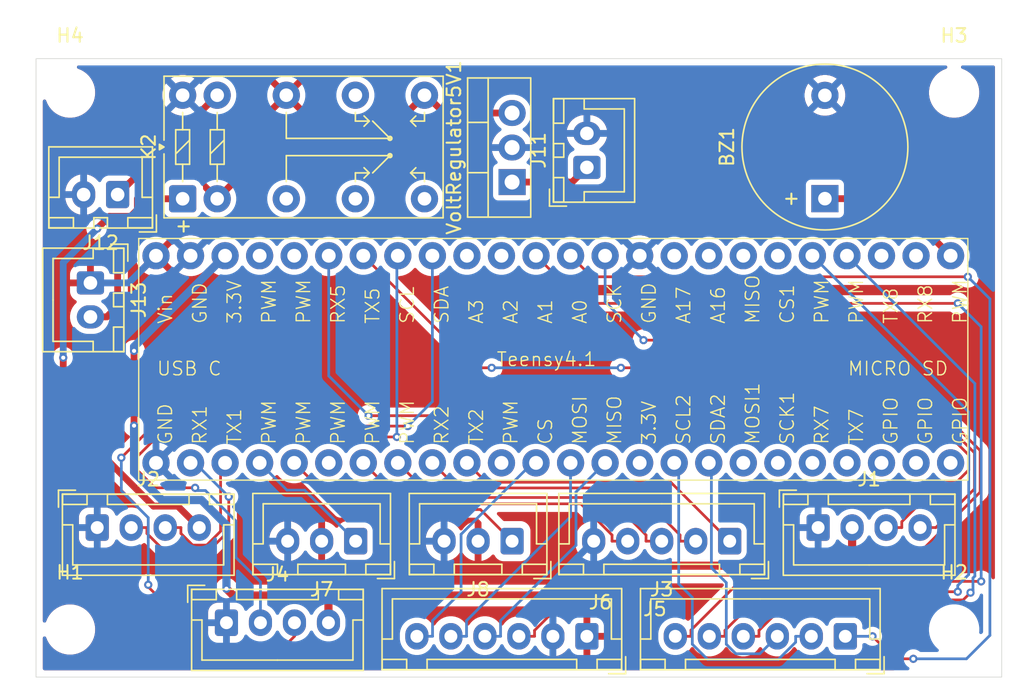
<source format=kicad_pcb>
(kicad_pcb (version 20241229) (generator "pcbnew") (generator_version "9.0")
  (layers (0 "F.Cu" signal) (2 "B.Cu" signal) (13 "F.Paste" user) (15 "B.Paste" user) (5 "F.SilkS" user "F.Silkscreen") (7 "B.SilkS" user "B.Silkscreen") (1 "F.Mask" user) (3 "B.Mask" user) (25 "Edge.Cuts" user))
  (net 0 "")
  (net 1 "TX_VIDEO")
  (net 2 "GND")
  (net 3 "RX_VIDEO")
  (net 4 "RX_LORA")
  (net 5 "TX_LORA")
  (net 6 "+3.3V")
  (net 7 "PWM_SERVO2")
  (net 8 "PWM_SERVO3")
  (net 9 "SDA")
  (net 10 "SCL")
  (net 11 "PWM_SERVO1")
  (net 12 "BUZZER")
  (net 13 "RX_SERIAL")
  (net 14 "+5V")
  (net 16 "TX_SERIAL")
  (net 17 "Nichrome_1")
  (net 18 "Vehicle_On")
  (net 19 "VIDEO_ON")
  (net 20 "PI_ON")
  (net 21 "GPIO3")
  (net 22 "MISO")
  (net 23 "GPIO0")
  (net 24 "MOSI")
  (net 25 "GPIO1")
  (net 26 "IRQ")
  (net 27 "SCLK")
  (net 28 "GPIO2")
  (net 29 "CS")
  (net 30 "SDN")
  (net 35 "Nichrome")
  (net 51 "VIN")
  (net 52 "Net-(J13-Pin_2)")
  (net 53 "Vehicle_Off")
  (footprint "Connector_JST:JST_XH_B4B-XH-A_1x04_P2.50mm_Vertical" (layer "F.Cu") (at 120.5 77)
    (property "Reference" "J4" (at 3.75 -3.55 0) (layer "F.SilkS"))
    (property "Value" "Sensor Board")
    (pad "1" thru_hole roundrect (at 0 0) (size 1.7 1.95) (drill 0.95) (layers "*.Cu" "*.Mask") (roundrect_rratio 0.147059) (net 2 "GND"))
    (pad "2" thru_hole oval (at 2.5 0) (size 1.7 1.95) (drill 0.95) (layers "*.Cu" "*.Mask") (net 10 "SCL"))
    (pad "3" thru_hole oval (at 5 0) (size 1.7 1.95) (drill 0.95) (layers "*.Cu" "*.Mask") (net 9 "SDA"))
    (pad "4" thru_hole oval (at 7.5 0) (size 1.7 1.95) (drill 0.95) (layers "*.Cu" "*.Mask") (net 6 "+3.3V"))
  )
  (footprint "Connector_JST:JST_XH_B2B-XH-A_1x02_P2.50mm_Vertical" (layer "F.Cu") (at 147 43.5 90)
    (property "Reference" "J11" (at 1.25 -3.55 90) (layer "F.SilkS"))
    (property "Value" "Battery In")
    (pad "1" thru_hole roundrect (at 0 0 90) (size 1.7 2) (drill 1) (layers "*.Cu" "*.Mask") (roundrect_rratio 0.147059) (net 51 "VIN"))
    (pad "2" thru_hole oval (at 2.5 0 90) (size 1.7 2) (drill 1) (layers "*.Cu" "*.Mask") (net 2 "GND"))
  )
  (footprint "Connector_JST:JST_XH_B2B-XH-A_1x02_P2.50mm_Vertical" (layer "F.Cu") (at 112.5 45.5 180)
    (property "Reference" "J12" (at 1.25 -3.55 0) (layer "F.SilkS"))
    (property "Value" "Vehicle Off")
    (pad "1" thru_hole roundrect (at 0 0 180) (size 1.7 2) (drill 1) (layers "*.Cu" "*.Mask") (roundrect_rratio 0.147059) (net 53 "Vehicle_Off"))
    (pad "2" thru_hole oval (at 2.5 0 180) (size 1.7 2) (drill 1) (layers "*.Cu" "*.Mask") (net 2 "GND"))
  )
  (footprint "Breakout Boards:Teensy_4.1" (layer "F.Cu") (at 144.53 57.62 90)
    (property "Reference" "Teensy4.1" (at 0 -0.5 0) (layer "F.SilkS") (effects (font (thickness 0.1))))
    (property "Value" "~")
    (fp_text user "PWM" (at -6.35 -15.24 90) (layer "F.SilkS") (effects (font (thickness 0.1)) (justify left bottom)))
    (fp_text user "TX8" (at 2.54 25.4 90) (layer "F.SilkS") (effects (font (thickness 0.1)) (justify left bottom)))
    (fp_text user "MISO" (at 2.54 15.24 90) (layer "F.SilkS") (effects (font (thickness 0.1)) (justify left bottom)))
    (fp_text user "RX2" (at -6.35 -7.62 90) (layer "F.SilkS") (effects (font (thickness 0.1)) (justify left bottom)))
    (fp_text user "PWM" (at 2.54 22.86 90) (layer "F.SilkS") (effects (font (thickness 0.1)) (justify left bottom)))
    (fp_text user "PWM" (at 2.54 20.32 90) (layer "F.SilkS") (effects (font (thickness 0.1)) (justify left bottom)))
    (fp_text user "SDA" (at 2.54 -7.62 90) (layer "F.SilkS") (effects (font (thickness 0.1)) (justify left bottom)))
    (fp_text user "PWM" (at -6.35 -12.7 90) (layer "F.SilkS") (effects (font (thickness 0.1)) (justify left bottom)))
    (fp_text user "MICRO SD" (at -1.27 21.59 0) (layer "F.SilkS") (effects (font (thickness 0.1)) (justify left bottom)))
    (fp_text user "RX5" (at 2.54 -15.24 90) (layer "F.SilkS") (effects (font (thickness 0.1)) (justify left bottom)))
    (fp_text user "RX7" (at -6.35 20.32 90) (layer "F.SilkS") (effects (font (thickness 0.1)) (justify left bottom)))
    (fp_text user "3.3V" (at -6.35 7.62 90) (layer "F.SilkS") (effects (font (thickness 0.1)) (justify left bottom)))
    (fp_text user "SCL" (at 2.54 -10.16 90) (layer "F.SilkS") (effects (font (thickness 0.1)) (justify left bottom)))
    (fp_text user "RX8" (at 2.54 27.94 90) (layer "F.SilkS") (effects (font (thickness 0.1)) (justify left bottom)))
    (fp_text user "CS1" (at 2.54 17.78 90) (layer "F.SilkS") (effects (font (thickness 0.1)) (justify left bottom)))
    (fp_text user "TX1" (at -6.35 -22.86 90) (layer "F.SilkS") (effects (font (thickness 0.1)) (justify left bottom)))
    (fp_text user "A17" (at 2.54 10.16 90) (layer "F.SilkS") (effects (font (thickness 0.1)) (justify left bottom)))
    (fp_text user "A1" (at 2.54 0 90) (layer "F.SilkS") (effects (font (thickness 0.1)) (justify left bottom)))
    (fp_text user "PWM" (at 2.54 30.48 90) (layer "F.SilkS") (effects (font (thickness 0.1)) (justify left bottom)))
    (fp_text user "GND" (at -6.35 -27.94 90) (layer "F.SilkS") (effects (font (thickness 0.1)) (justify left bottom)))
    (fp_text user "A0" (at 2.54 2.54 90) (layer "F.SilkS") (effects (font (thickness 0.1)) (justify left bottom)))
    (fp_text user "GND" (at 2.54 -25.4 90) (layer "F.SilkS") (effects (font (thickness 0.1)) (justify left bottom)))
    (fp_text user "PWM" (at -6.35 -17.78 90) (layer "F.SilkS") (effects (font (thickness 0.1)) (justify left bottom)))
    (fp_text user "SDA2" (at -6.35 12.7 90) (layer "F.SilkS") (effects (font (thickness 0.1)) (justify left bottom)))
    (fp_text user "RX1" (at -6.35 -25.4 90) (layer "F.SilkS") (effects (font (thickness 0.1)) (justify left bottom)))
    (fp_text user "TX2" (at -6.35 -5.08 90) (layer "F.SilkS") (effects (font (thickness 0.1)) (justify left bottom)))
    (fp_text user "MOSI" (at -6.35 2.54 90) (layer "F.SilkS") (effects (font (thickness 0.1)) (justify left bottom)))
    (fp_text user "MISO" (at -6.35 5.08 90) (layer "F.SilkS") (effects (font (thickness 0.1)) (justify left bottom)))
    (fp_text user "PWM" (at 2.54 -20.32 90) (layer "F.SilkS") (effects (font (thickness 0.1)) (justify left bottom)))
    (fp_text user "GPIO" (at -6.35 30.48 90) (layer "F.SilkS") (effects (font (thickness 0.1)) (justify left bottom)))
    (fp_text user "GPIO" (at -6.35 27.94 90) (layer "F.SilkS") (effects (font (thickness 0.1)) (justify left bottom)))
    (fp_text user "PWM" (at -6.35 -2.54 90) (layer "F.SilkS") (effects (font (thickness 0.1)) (justify left bottom)))
    (fp_text user "SCK1" (at -6.35 17.78 90) (layer "F.SilkS") (effects (font (thickness 0.1)) (justify left bottom)))
    (fp_text user "3.3V" (at 2.54 -22.86 90) (layer "F.SilkS") (effects (font (thickness 0.1)) (justify left bottom)))
    (fp_text user "TX5" (at 2.54 -12.7 90) (layer "F.SilkS") (effects (font (thickness 0.1)) (justify left bottom)))
    (fp_text user "GND" (at 2.54 7.62 90) (layer "F.SilkS") (effects (font (thickness 0.1)) (justify left bottom)))
    (fp_text user "Vin" (at 2.54 -27.94 90) (layer "F.SilkS") (effects (font (thickness 0.1)) (justify left bottom)))
    (fp_text user "A3" (at 2.54 -5.08 90) (layer "F.SilkS") (effects (font (thickness 0.1)) (justify left bottom)))
    (fp_text user "GPIO" (at -6.35 25.4 90) (layer "F.SilkS") (effects (font (thickness 0.1)) (justify left bottom)))
    (fp_text user "SCL2" (at -6.35 10.16 90) (layer "F.SilkS") (effects (font (thickness 0.1)) (justify left bottom)))
    (fp_text user "USB C" (at -1.27 -29.21 0) (layer "F.SilkS") (effects (font (thickness 0.1)) (justify left bottom)))
    (fp_text user "MOSI1" (at -6.35 15.24 90) (layer "F.SilkS") (effects (font (thickness 0.1)) (justify left bottom)))
    (fp_text user "SCK" (at 2.54 5.08 90) (layer "F.SilkS") (effects (font (thickness 0.1)) (justify left bottom)))
    (fp_text user "TX7" (at -6.35 22.86 90) (layer "F.SilkS") (effects (font (thickness 0.1)) (justify left bottom)))
    (fp_text user "A2" (at 2.54 -2.54 90) (layer "F.SilkS") (effects (font (thickness 0.1)) (justify left bottom)))
    (fp_text user "CS" (at -6.35 0 90) (layer "F.SilkS") (effects (font (thickness 0.1)) (justify left bottom)))
    (fp_text user "PWM" (at -6.35 -20.32 90) (layer "F.SilkS") (effects (font (thickness 0.1)) (justify left bottom)))
    (fp_text user "PWM" (at 2.54 -17.78 90) (layer "F.SilkS") (effects (font (thickness 0.1)) (justify left bottom)))
    (fp_text user "PWM" (at -6.35 -10.16 90) (layer "F.SilkS") (effects (font (thickness 0.1)) (justify left bottom)))
    (fp_text user "A16" (at 2.54 12.7 90) (layer "F.SilkS") (effects (font (thickness 0.1)) (justify left bottom)))
    (pad "0" thru_hole circle (at -7.62 -29.21 90) (size 2 2) (drill 1.02) (layers "*.Cu" "*.Mask") (net 2 "GND"))
    (pad "1" thru_hole circle (at -7.62 -26.67 90) (size 2 2) (drill 1.02) (layers "*.Cu" "*.Mask") (net 13 "RX_SERIAL"))
    (pad "2" thru_hole circle (at -7.62 -24.13 90) (size 2 2) (drill 1.02) (layers "*.Cu" "*.Mask") (net 16 "TX_SERIAL"))
    (pad "3" thru_hole circle (at -7.62 -21.59 90) (size 2 2) (drill 1.02) (layers "*.Cu" "*.Mask") (net 11 "PWM_SERVO1"))
    (pad "4" thru_hole circle (at -7.62 -19.05 90) (size 2 2) (drill 1.02) (layers "*.Cu" "*.Mask") (net 7 "PWM_SERVO2"))
    (pad "5" thru_hole circle (at -7.62 -16.51 90) (size 2 2) (drill 1.02) (layers "*.Cu" "*.Mask") (net 8 "PWM_SERVO3"))
    (pad "6" thru_hole circle (at -7.62 -13.97 90) (size 2 2) (drill 1.02) (layers "*.Cu" "*.Mask") (net 19 "VIDEO_ON"))
    (pad "7" thru_hole circle (at -7.62 -11.43 90) (size 2 2) (drill 1.02) (layers "*.Cu" "*.Mask") (net 20 "PI_ON"))
    (pad "8" thru_hole circle (at -7.62 -8.89 90) (size 2 2) (drill 1.02) (layers "*.Cu" "*.Mask") (net 3 "RX_VIDEO"))
    (pad "9" thru_hole circle (at -7.62 -6.35 90) (size 2 2) (drill 1.02) (layers "*.Cu" "*.Mask") (net 1 "TX_VIDEO"))
    (pad "10" thru_hole circle (at -7.62 -3.81 90) (size 2 2) (drill 1.02) (layers "*.Cu" "*.Mask"))
    (pad "11" thru_hole circle (at -7.62 -1.27 90) (size 2 2) (drill 1.02) (layers "*.Cu" "*.Mask") (net 29 "CS"))
    (pad "12" thru_hole circle (at -7.62 1.27 90) (size 2 2) (drill 1.02) (layers "*.Cu" "*.Mask") (net 24 "MOSI"))
    (pad "13" thru_hole circle (at -7.62 3.81 90) (size 2 2) (drill 1.02) (layers "*.Cu" "*.Mask") (net 22 "MISO"))
    (pad "14" thru_hole circle (at -7.62 6.35 90) (size 2 2) (drill 1.02) (layers "*.Cu" "*.Mask"))
    (pad "15" thru_hole circle (at -7.62 8.89 90) (size 2 2) (drill 1.02) (layers "*.Cu" "*.Mask") (net 23 "GPIO0"))
    (pad "16" thru_hole circle (at -7.62 11.43 90) (size 2 2) (drill 1.02) (layers "*.Cu" "*.Mask") (net 25 "GPIO1"))
    (pad "17" thru_hole circle (at -7.62 13.97 90) (size 2 2) (drill 1.02) (layers "*.Cu" "*.Mask"))
    (pad "18" thru_hole circle (at -7.62 16.51 90) (size 2 2) (drill 1.02) (layers "*.Cu" "*.Mask"))
    (pad "19" thru_hole circle (at -7.62 19.05 90) (size 2 2) (drill 1.02) (layers "*.Cu" "*.Mask"))
    (pad "20" thru_hole circle (at -7.62 21.59 90) (size 2 2) (drill 1.02) (layers "*.Cu" "*.Mask") (net 35 "Nichrome"))
    (pad "21" thru_hole circle (at -7.62 24.13 90) (size 2 2) (drill 1.02) (layers "*.Cu" "*.Mask"))
    (pad "22" thru_hole circle (at -7.62 26.67 90) (size 2 2) (drill 1.02) (layers "*.Cu" "*.Mask"))
    (pad "23" thru_hole circle (at -7.62 29.21 90) (size 2 2) (drill 1.02) (layers "*.Cu" "*.Mask"))
    (pad "24" thru_hole circle (at 7.62 29.21 90) (size 2 2) (drill 1.02) (layers "*.Cu" "*.Mask") (net 12 "BUZZER"))
    (pad "25" thru_hole circle (at 7.62 26.67 90) (size 2 2) (drill 1.02) (layers "*.Cu" "*.Mask"))
    (pad "26" thru_hole circle (at 7.62 24.13 90) (size 2 2) (drill 1.02) (layers "*.Cu" "*.Mask"))
    (pad "27" thru_hole circle (at 7.62 21.59 90) (size 2 2) (drill 1.02) (layers "*.Cu" "*.Mask") (net 28 "GPIO2"))
    (pad "28" thru_hole circle (at 7.62 19.05 90) (size 2 2) (drill 1.02) (layers "*.Cu" "*.Mask") (net 21 "GPIO3"))
    (pad "29" thru_hole circle (at 7.62 16.51 90) (size 2 2) (drill 1.02) (layers "*.Cu" "*.Mask"))
    (pad "30" thru_hole circle (at 7.62 13.97 90) (size 2 2) (drill 1.02) (layers "*.Cu" "*.Mask"))
    (pad "31" thru_hole circle (at 7.62 11.43 90) (size 2 2) (drill 1.02) (layers "*.Cu" "*.Mask"))
    (pad "32" thru_hole circle (at 7.62 8.89 90) (size 2 2) (drill 1.02) (layers "*.Cu" "*.Mask"))
    (pad "33" thru_hole circle (at 7.62 6.35 90) (size 2 2) (drill 1.02) (layers "*.Cu" "*.Mask") (net 2 "GND"))
    (pad "34" thru_hole circle (at 7.62 3.81 90) (size 2 2) (drill 1.02) (layers "*.Cu" "*.Mask") (net 27 "SCLK"))
    (pad "35" thru_hole circle (at 7.62 1.27 90) (size 2 2) (drill 1.02) (layers "*.Cu" "*.Mask") (net 26 "IRQ"))
    (pad "36" thru_hole circle (at 7.62 -1.27 90) (size 2 2) (drill 1.02) (layers "*.Cu" "*.Mask") (net 30 "SDN"))
    (pad "37" thru_hole circle (at 7.62 -3.81 90) (size 2 2) (drill 1.02) (layers "*.Cu" "*.Mask"))
    (pad "38" thru_hole circle (at 7.62 -6.35 90) (size 2 2) (drill 1.02) (layers "*.Cu" "*.Mask"))
    (pad "39" thru_hole circle (at 7.62 -8.89 90) (size 2 2) (drill 1.02) (layers "*.Cu" "*.Mask") (net 9 "SDA"))
    (pad "40" thru_hole circle (at 7.62 -11.43 90) (size 2 2) (drill 1.02) (layers "*.Cu" "*.Mask") (net 10 "SCL"))
    (pad "41" thru_hole circle (at 7.62 -13.97 90) (size 2 2) (drill 1.02) (layers "*.Cu" "*.Mask") (net 5 "TX_LORA"))
    (pad "42" thru_hole circle (at 7.62 -16.51 90) (size 2 2) (drill 1.02) (layers "*.Cu" "*.Mask") (net 4 "RX_LORA"))
    (pad "43" thru_hole circle (at 7.62 -19.05 90) (size 2 2) (drill 1.02) (layers "*.Cu" "*.Mask") (net 17 "Nichrome_1"))
    (pad "44" thru_hole circle (at 7.62 -21.59 90) (size 2 2) (drill 1.02) (layers "*.Cu" "*.Mask"))
    (pad "45" thru_hole circle (at 7.62 -24.13 90) (size 2 2) (drill 1.02) (layers "*.Cu" "*.Mask") (net 6 "+3.3V"))
    (pad "46" thru_hole circle (at 7.62 -26.67 90) (size 2 2) (drill 1.02) (layers "*.Cu" "*.Mask") (net 2 "GND"))
    (pad "47" thru_hole circle (at 7.62 -29.21 90) (size 2 2) (drill 1.02) (layers "*.Cu" "*.Mask") (net 14 "+5V"))
  )
  (footprint "Package_TO_SOT_THT:TO-220-3_Vertical" (layer "F.Cu") (at 141.5 44.58 90)
    (property "Reference" "VoltRegulator5V1" (at 2.54 -4.27 90) (layer "F.SilkS"))
    (property "Value" "L7805")
    (pad "1" thru_hole rect (at 0 0 90) (size 1.905 2) (drill 1.1) (layers "*.Cu" "*.Mask") (net 51 "VIN"))
    (pad "2" thru_hole oval (at 2.54 0 90) (size 1.905 2) (drill 1.1) (layers "*.Cu" "*.Mask") (net 2 "GND"))
    (pad "3" thru_hole oval (at 5.08 0 90) (size 1.905 2) (drill 1.1) (layers "*.Cu" "*.Mask") (net 52 "Net-(J13-Pin_2)"))
  )
  (footprint "Connector_JST:JST_XH_B4B-XH-A_1x04_P2.50mm_Vertical" (layer "F.Cu") (at 164 70)
    (property "Reference" "J1" (at 3.75 -3.55 0) (layer "F.SilkS"))
    (property "Value" "Lora Radio")
    (pad "1" thru_hole roundrect (at 0 0) (size 1.7 1.95) (drill 0.95) (layers "*.Cu" "*.Mask") (roundrect_rratio 0.147059) (net 2 "GND"))
    (pad "2" thru_hole oval (at 2.5 0) (size 1.7 1.95) (drill 0.95) (layers "*.Cu" "*.Mask") (net 6 "+3.3V"))
    (pad "3" thru_hole oval (at 5 0) (size 1.7 1.95) (drill 0.95) (layers "*.Cu" "*.Mask") (net 4 "RX_LORA"))
    (pad "4" thru_hole oval (at 7.5 0) (size 1.7 1.95) (drill 0.95) (layers "*.Cu" "*.Mask") (net 5 "TX_LORA"))
  )
  (footprint "Connector_JST:JST_XH_B2B-XH-A_1x02_P2.50mm_Vertical" (layer "F.Cu") (at 110.5 52 -90)
    (property "Reference" "J13" (at 1.25 -3.55 90) (layer "F.SilkS"))
    (property "Value" "Bypass")
    (pad "1" thru_hole roundrect (at 0 0 270) (size 1.7 2) (drill 1) (layers "*.Cu" "*.Mask") (roundrect_rratio 0.147059) (net 14 "+5V"))
    (pad "2" thru_hole oval (at 2.5 0 270) (size 1.7 2) (drill 1) (layers "*.Cu" "*.Mask") (net 52 "Net-(J13-Pin_2)"))
  )
  (footprint "Connector_JST:JST_XH_B5B-XH-A_1x05_P2.50mm_Vertical" (layer "F.Cu") (at 157.5 71 180)
    (property "Reference" "J3" (at 5 -3.55 0) (layer "F.SilkS"))
    (property "Value" "Live Video")
    (pad "1" thru_hole roundrect (at 0 0 180) (size 1.7 1.95) (drill 0.95) (layers "*.Cu" "*.Mask") (roundrect_rratio 0.147059) (net 1 "TX_VIDEO"))
    (pad "2" thru_hole oval (at 2.5 0 180) (size 1.7 1.95) (drill 0.95) (layers "*.Cu" "*.Mask") (net 3 "RX_VIDEO"))
    (pad "3" thru_hole oval (at 5 0 180) (size 1.7 1.95) (drill 0.95) (layers "*.Cu" "*.Mask") (net 20 "PI_ON"))
    (pad "4" thru_hole oval (at 7.5 0 180) (size 1.7 1.95) (drill 0.95) (layers "*.Cu" "*.Mask") (net 19 "VIDEO_ON"))
    (pad "5" thru_hole oval (at 10 0 180) (size 1.7 1.95) (drill 0.95) (layers "*.Cu" "*.Mask") (net 2 "GND"))
  )
  (footprint "Relay_THT:Relay_DPDT_Omron_G6AK" (layer "F.Cu") (at 117.2797 45.81 90)
    (property "Reference" "K2" (at 3.81 -2.5 90) (layer "F.SilkS"))
    (property "Value" "HONGFA_HFD2-0xx-x-L2-x")
    (fp_text user "+" (at -2.032 0 90) (layer "F.SilkS"))
    (pad "11" thru_hole circle (at 0 7.62 90) (size 2 2) (drill 1) (layers "*.Cu" "*.Mask"))
    (pad "12" thru_hole circle (at 0 12.7 90) (size 2 2) (drill 1) (layers "*.Cu" "*.Mask"))
    (pad "14" thru_hole circle (at 0 17.78 90) (size 2 2) (drill 1) (layers "*.Cu" "*.Mask"))
    (pad "21" thru_hole circle (at 7.62 7.62 90) (size 2 2) (drill 1) (layers "*.Cu" "*.Mask") (net 14 "+5V"))
    (pad "22" thru_hole circle (at 7.62 12.7 90) (size 2 2) (drill 1) (layers "*.Cu" "*.Mask"))
    (pad "24" thru_hole circle (at 7.62 17.78 90) (size 2 2) (drill 1) (layers "*.Cu" "*.Mask") (net 52 "Net-(J13-Pin_2)"))
    (pad "A1" thru_hole roundrect (at 0 0 90) (size 2 2) (drill 1) (layers "*.Cu" "*.Mask") (roundrect_rratio 0.125) (net 18 "Vehicle_On"))
    (pad "A2" thru_hole circle (at 7.62 0 90) (size 2 2) (drill 1) (layers "*.Cu" "*.Mask") (net 2 "GND"))
    (pad "B1" thru_hole circle (at 0 2.54 90) (size 2 2) (drill 1) (layers "*.Cu" "*.Mask") (net 14 "+5V"))
    (pad "B2" thru_hole circle (at 7.62 2.54 90) (size 2 2) (drill 1) (layers "*.Cu" "*.Mask") (net 53 "Vehicle_Off"))
  )
  (footprint "MountingHole:MountingHole_3.2mm_M3" (layer "F.Cu") (at 174 38)
    (property "Reference" "H3" (at 0 -4.2 0) (layer "F.SilkS"))
    (property "Value" "MountingHole")
    (pad "" np_thru_hole circle (at 0 0) (size 3.2 3.2) (drill 3.2) (layers "*.Cu" "*.Mask"))
  )
  (footprint "MountingHole:MountingHole_3.2mm_M3" (layer "F.Cu") (at 109 38)
    (property "Reference" "H4" (at 0 -4.2 0) (layer "F.SilkS"))
    (property "Value" "MountingHole")
    (pad "" np_thru_hole circle (at 0 0) (size 3.2 3.2) (drill 3.2) (layers "*.Cu" "*.Mask"))
  )
  (footprint "MountingHole:MountingHole_3.2mm_M3" (layer "F.Cu") (at 109 77.5)
    (property "Reference" "H1" (at 0 -4.2 0) (layer "F.SilkS"))
    (property "Value" "MountingHole")
    (pad "" np_thru_hole circle (at 0 0) (size 3.2 3.2) (drill 3.2) (layers "*.Cu" "*.Mask"))
  )
  (footprint "MountingHole:MountingHole_3.2mm_M3" (layer "F.Cu") (at 174 77.5)
    (property "Reference" "H2" (at 0 -4.2 0) (layer "F.SilkS"))
    (property "Value" "MountingHole")
    (pad "" np_thru_hole circle (at 0 0) (size 3.2 3.2) (drill 3.2) (layers "*.Cu" "*.Mask"))
  )
  (footprint "Connector_JST:JST_XH_B3B-XH-A_1x03_P2.50mm_Vertical" (layer "F.Cu") (at 141.5 71 180)
    (property "Reference" "J8" (at 2.5 -3.55 0) (layer "F.SilkS"))
    (property "Value" "Servo 2")
    (pad "1" thru_hole roundrect (at 0 0 180) (size 1.7 1.95) (drill 0.95) (layers "*.Cu" "*.Mask") (roundrect_rratio 0.147059) (net 7 "PWM_SERVO2"))
    (pad "2" thru_hole oval (at 2.5 0 180) (size 1.7 1.95) (drill 0.95) (layers "*.Cu" "*.Mask") (net 14 "+5V"))
    (pad "3" thru_hole oval (at 5 0 180) (size 1.7 1.95) (drill 0.95) (layers "*.Cu" "*.Mask") (net 2 "GND"))
  )
  (footprint "Connector_JST:JST_XH_B4B-XH-A_1x04_P2.50mm_Vertical" (layer "F.Cu") (at 111 70)
    (property "Reference" "J2" (at 3.75 -3.55 0) (layer "F.SilkS"))
    (property "Value" "Magnetic Connector" (hide yes))
    (pad "1" thru_hole roundrect (at 0 0) (size 1.7 1.95) (drill 0.95) (layers "*.Cu" "*.Mask") (roundrect_rratio 0.147059) (net 2 "GND"))
    (pad "2" thru_hole oval (at 2.5 0) (size 1.7 1.95) (drill 0.95) (layers "*.Cu" "*.Mask") (net 13 "RX_SERIAL"))
    (pad "3" thru_hole oval (at 5 0) (size 1.7 1.95) (drill 0.95) (layers "*.Cu" "*.Mask") (net 16 "TX_SERIAL"))
    (pad "4" thru_hole oval (at 7.5 0) (size 1.7 1.95) (drill 0.95) (layers "*.Cu" "*.Mask") (net 18 "Vehicle_On"))
  )
  (footprint "Connector_JST:JST_XH_B6B-XH-A_1x06_P2.50mm_Vertical" (layer "F.Cu") (at 147 78 180)
    (property "Reference" "J6" (at -1 2.5 0) (layer "F.SilkS"))
    (property "Value" "Telemetry Data")
    (pad "1" thru_hole roundrect (at 0 0 180) (size 1.7 1.95) (drill 0.95) (layers "*.Cu" "*.Mask") (roundrect_rratio 0.147059) (net 14 "+5V"))
    (pad "2" thru_hole oval (at 2.5 0 180) (size 1.7 1.95) (drill 0.95) (layers "*.Cu" "*.Mask") (net 2 "GND"))
    (pad "3" thru_hole oval (at 5 0 180) (size 1.7 1.95) (drill 0.95) (layers "*.Cu" "*.Mask") (net 27 "SCLK"))
    (pad "4" thru_hole oval (at 7.5 0 180) (size 1.7 1.95) (drill 0.95) (layers "*.Cu" "*.Mask") (net 22 "MISO"))
    (pad "5" thru_hole oval (at 10 0 180) (size 1.7 1.95) (drill 0.95) (layers "*.Cu" "*.Mask") (net 24 "MOSI"))
    (pad "6" thru_hole oval (at 12.5 0 180) (size 1.7 1.95) (drill 0.95) (layers "*.Cu" "*.Mask") (net 29 "CS"))
  )
  (footprint "Connector_JST:JST_XH_B3B-XH-A_1x03_P2.50mm_Vertical" (layer "F.Cu") (at 130 71 180)
    (property "Reference" "J7" (at 2.5 -3.55 0) (layer "F.SilkS"))
    (property "Value" "Servo 1")
    (pad "1" thru_hole roundrect (at 0 0 180) (size 1.7 1.95) (drill 0.95) (layers "*.Cu" "*.Mask") (roundrect_rratio 0.147059) (net 11 "PWM_SERVO1"))
    (pad "2" thru_hole oval (at 2.5 0 180) (size 1.7 1.95) (drill 0.95) (layers "*.Cu" "*.Mask") (net 14 "+5V"))
    (pad "3" thru_hole oval (at 5 0 180) (size 1.7 1.95) (drill 0.95) (layers "*.Cu" "*.Mask") (net 2 "GND"))
  )
  (footprint "Connector_JST:JST_XH_B6B-XH-A_1x06_P2.50mm_Vertical" (layer "F.Cu") (at 166 78 180)
    (property "Reference" "J5" (at 14 2 0) (layer "F.SilkS"))
    (property "Value" "Telemetry GPIO")
    (pad "1" thru_hole roundrect (at 0 0 180) (size 1.7 1.95) (drill 0.95) (layers "*.Cu" "*.Mask") (roundrect_rratio 0.147059) (net 26 "IRQ"))
    (pad "2" thru_hole oval (at 2.5 0 180) (size 1.7 1.95) (drill 0.95) (layers "*.Cu" "*.Mask") (net 23 "GPIO0"))
    (pad "3" thru_hole oval (at 5 0 180) (size 1.7 1.95) (drill 0.95) (layers "*.Cu" "*.Mask") (net 25 "GPIO1"))
    (pad "4" thru_hole oval (at 7.5 0 180) (size 1.7 1.95) (drill 0.95) (layers "*.Cu" "*.Mask") (net 28 "GPIO2"))
    (pad "5" thru_hole oval (at 10 0 180) (size 1.7 1.95) (drill 0.95) (layers "*.Cu" "*.Mask") (net 21 "GPIO3"))
    (pad "6" thru_hole oval (at 12.5 0 180) (size 1.7 1.95) (drill 0.95) (layers "*.Cu" "*.Mask") (net 30 "SDN"))
  )
  (footprint "Buzzer_Beeper:Buzzer_12x9.5RM7.6" (layer "F.Cu") (at 164.5 45.8 90)
    (property "Reference" "BZ1" (at 3.8 -7.2 90) (layer "F.SilkS"))
    (property "Value" "Buzzer")
    (fp_text user "+" (at -0.01 -2.54 90) (layer "F.SilkS"))
    (pad "1" thru_hole rect (at 0 0 90) (size 2 2) (drill 1) (layers "*.Cu" "*.Mask") (net 12 "BUZZER"))
    (pad "2" thru_hole circle (at 7.6 0 90) (size 2 2) (drill 1) (layers "*.Cu" "*.Mask") (net 2 "GND"))
  )
  (gr_rect (start 106.5 35.5) (end 177.5 81) (stroke (width 0.05)) (fill no) (layer "Edge.Cuts"))
  (segment (start 139.6037 66.6637) (end 138.18 65.24) (width 0.2) (layer "F.Cu") (net 1))
  (segment (start 157.5 71) (end 153.1637 66.6637) (width 0.2) (layer "F.Cu") (net 1))
  (segment (start 153.1637 66.6637) (end 139.6037 66.6637) (width 0.2) (layer "F.Cu") (net 1))
  (segment (start 112.8552 57.352496) (end 112.8552 55.0048) (width 0.5) (layer "B.Cu") (net 2))
  (segment (start 115.32 59.817296) (end 112.8552 57.352496) (width 0.5) (layer "B.Cu") (net 2))
  (segment (start 144.5 74) (end 147.5 71) (width 0.5) (layer "B.Cu") (net 2))
  (segment (start 115.32 65.24) (end 115.32 59.817296) (width 0.5) (layer "B.Cu") (net 2))
  (segment (start 144.5 78) (end 144.5 74) (width 0.5) (layer "B.Cu") (net 2))
  (segment (start 112.8552 55.0048) (end 117.86 50) (width 0.5) (layer "B.Cu") (net 2))
  (segment (start 137.4851 67.0851) (end 150.3851 67.0851) (width 0.2) (layer "F.Cu") (net 3))
  (segment (start 150.3851 67.0851) (end 153.8483 70.5483) (width 0.2) (layer "F.Cu") (net 3))
  (segment (start 155 71) (end 153.8483 71) (width 0.2) (layer "F.Cu") (net 3))
  (segment (start 135.64 65.24) (end 137.4851 67.0851) (width 0.2) (layer "F.Cu") (net 3))
  (segment (start 153.8483 70.5483) (end 153.8483 71) (width 0.2) (layer "F.Cu") (net 3))
  (segment (start 174.1591 66.6752) (end 175.0747 65.7596) (width 0.2) (layer "F.Cu") (net 4))
  (segment (start 172.1806 61.7699) (end 130.948 61.7699) (width 0.2) (layer "F.Cu") (net 4))
  (segment (start 175.0747 65.7596) (end 175.0747 64.664) (width 0.2) (layer "F.Cu") (net 4))
  (segment (start 169 70) (end 170.1517 70) (width 0.2) (layer "F.Cu") (net 4))
  (segment (start 173.0446 66.6752) (end 174.1591 66.6752) (width 0.2) (layer "F.Cu") (net 4))
  (segment (start 170.1517 70) (end 170.1517 69.5681) (width 0.2) (layer "F.Cu") (net 4))
  (segment (start 170.1517 69.5681) (end 173.0446 66.6752) (width 0.2) (layer "F.Cu") (net 4))
  (segment (start 175.0747 64.664) (end 172.1806 61.7699) (width 0.2) (layer "F.Cu") (net 4))
  (via (at 130.948 61.7699) (size 0.6) (drill 0.3) (layers "F.Cu" "B.Cu") (net 4))
  (segment (start 130.948 61.7699) (end 128.02 58.8419) (width 0.2) (layer "B.Cu") (net 4))
  (segment (start 128.02 58.8419) (end 128.02 50) (width 0.2) (layer "B.Cu") (net 4))
  (segment (start 175.4936 64.4966) (end 175.4936 67.1581) (width 0.2) (layer "F.Cu") (net 5))
  (segment (start 130.56 50) (end 138.8054 58.2454) (width 0.2) (layer "F.Cu") (net 5))
  (segment (start 169.2424 58.2454) (end 175.4936 64.4966) (width 0.2) (layer "F.Cu") (net 5))
  (segment (start 171.5 70) (end 172.6517 70) (width 0.2) (layer "F.Cu") (net 5))
  (segment (start 149.5 58.2454) (end 169.2424 58.2454) (width 0.2) (layer "F.Cu") (net 5))
  (segment (start 138.8054 58.2454) (end 140 58.2454) (width 0.2) (layer "F.Cu") (net 5))
  (segment (start 175.4936 67.1581) (end 172.6517 70) (width 0.2) (layer "F.Cu") (net 5))
  (via (at 140 58.2454) (size 0.6) (drill 0.3) (layers "F.Cu" "B.Cu") (net 5))
  (via (at 149.5 58.2454) (size 0.6) (drill 0.3) (layers "F.Cu" "B.Cu") (net 5))
  (segment (start 149.5 58.2454) (end 140 58.2454) (width 0.2) (layer "B.Cu") (net 5))
  (segment (start 146.923936 72.8045) (end 146.5133 73.215136) (width 0.6) (layer "F.Cu") (net 6))
  (segment (start 166.5 70) (end 166.5 71.5767) (width 0.6) (layer "F.Cu") (net 6))
  (segment (start 123.5 75) (end 121 75) (width 0.6) (layer "F.Cu") (net 6))
  (segment (start 121 75) (end 120.5 74.5) (width 0.6) (layer "F.Cu") (net 6))
  (segment (start 128 75) (end 128 77) (width 0.6) (layer "F.Cu") (net 6))
  (segment (start 146.5133 73.215136) (end 144.728436 75) (width 0.6) (layer "F.Cu") (net 6))
  (segment (start 165.2722 72.8045) (end 147.504664 72.8045) (width 0.6) (layer "F.Cu") (net 6))
  (segment (start 144.728436 75) (end 128 75) (width 0.6) (layer "F.Cu") (net 6))
  (segment (start 128 75) (end 123.5 75) (width 0.6) (layer "F.Cu") (net 6))
  (segment (start 147.504664 72.8045) (end 146.923936 72.8045) (width 0.6) (layer "F.Cu") (net 6))
  (segment (start 113.7062 62.5) (end 113.7062 57) (width 0.5) (layer "F.Cu") (net 6))
  (segment (start 166.5 71.5767) (end 165.2722 72.8045) (width 0.6) (layer "F.Cu") (net 6))
  (via (at 120.5 74.5) (size 0.6) (drill 0.3) (layers "F.Cu" "B.Cu") (net 6))
  (via (at 113.7062 62.5) (size 0.6) (drill 0.3) (layers "F.Cu" "B.Cu") (net 6))
  (via (at 113.7062 57) (size 0.6) (drill 0.3) (layers "F.Cu" "B.Cu") (net 6))
  (segment (start 120.4 50) (end 113.7062 56.6938) (width 0.6) (layer "B.Cu") (net 6))
  (segment (start 113.7062 56.6938) (end 113.7062 57) (width 0.6) (layer "B.Cu") (net 6))
  (segment (start 115.7572 67.9772) (end 118.6625 67.9772) (width 0.6) (layer "B.Cu") (net 6))
  (segment (start 113.7062 65.9262) (end 115.7572 67.9772) (width 0.6) (layer "B.Cu") (net 6))
  (segment (start 113.7062 62.5) (end 113.7062 65.9262) (width 0.6) (layer "B.Cu") (net 6))
  (segment (start 120.5 74.5) (end 120.5 69.8147) (width 0.6) (layer "B.Cu") (net 6))
  (segment (start 118.6625 67.9772) (end 120.5 69.8147) (width 0.6) (layer "B.Cu") (net 6))
  (segment (start 139.1726 68.6726) (end 141.5 71) (width 0.2) (layer "F.Cu") (net 7))
  (segment (start 125.48 65.24) (end 128.9126 68.6726) (width 0.2) (layer "F.Cu") (net 7))
  (segment (start 128.9126 68.6726) (end 139.1726 68.6726) (width 0.2) (layer "F.Cu") (net 7))
  (segment (start 112.7713 64.8574) (end 115.0947 62.534) (width 0.2) (layer "F.Cu") (net 9))
  (segment (start 125.5 78) (end 125.5 77) (width 0.2) (layer "F.Cu") (net 9))
  (segment (start 114.75 74.36116) (end 119.66484 79.276) (width 0.2) (layer "F.Cu") (net 9))
  (segment (start 124.224 79.276) (end 125.5 78) (width 0.2) (layer "F.Cu") (net 9))
  (segment (start 115.0947 62.534) (end 133.836 62.534) (width 0.2) (layer "F.Cu") (net 9))
  (segment (start 119.66484 79.276) (end 124.224 79.276) (width 0.2) (layer "F.Cu") (net 9))
  (segment (start 114.75 74.211) (end 114.75 74.36116) (width 0.2) (layer "F.Cu") (net 9))
  (via (at 112.7713 64.8574) (size 0.6) (drill 0.3) (layers "F.Cu" "B.Cu") (net 9))
  (via (at 114.75 74.211) (size 0.6) (drill 0.3) (layers "F.Cu" "B.Cu") (net 9))
  (via (at 133.836 62.534) (size 0.6) (drill 0.3) (layers "F.Cu" "B.Cu") (net 9))
  (segment (start 135.64 60.73) (end 135.64 50) (width 0.2) (layer "B.Cu") (net 9))
  (segment (start 114.75 69.2726) (end 112.7713 67.2939) (width 0.2) (layer "B.Cu") (net 9))
  (segment (start 114.75 74.211) (end 114.75 69.2726) (width 0.2) (layer "B.Cu") (net 9))
  (segment (start 112.7713 67.2939) (end 112.7713 64.8574) (width 0.2) (layer "B.Cu") (net 9))
  (segment (start 133.836 62.534) (end 135.64 60.73) (width 0.2) (layer "B.Cu") (net 9))
  (segment (start 113.9654 64.7537) (end 115.3869 63.3322) (width 0.2) (layer "F.Cu") (net 10))
  (segment (start 118.1971 67.0755) (end 115.2479 67.0755) (width 0.2) (layer "F.Cu") (net 10))
  (segment (start 115.3869 63.3322) (end 133.0299 63.3322) (width 0.2) (layer "F.Cu") (net 10))
  (segment (start 113.9654 65.793) (end 113.9654 64.7537) (width 0.2) (layer "F.Cu") (net 10))
  (segment (start 115.2479 67.0755) (end 113.9654 65.793) (width 0.2) (layer "F.Cu") (net 10))
  (via (at 133.0299 63.3322) (size 0.6) (drill 0.3) (layers "F.Cu" "B.Cu") (net 10))
  (via (at 118.1971 67.0755) (size 0.6) (drill 0.3) (layers "F.Cu" "B.Cu") (net 10))
  (segment (start 121.201 72.201) (end 123 74) (width 0.2) (layer "B.Cu") (net 10))
  (segment (start 133.0299 50.0701) (end 133.1 50) (width 0.2) (layer "B.Cu") (net 10))
  (segment (start 118.1971 67.2762) (end 118.952864 67.2762) (width 0.2) (layer "B.Cu") (net 10))
  (segment (start 123 74) (end 123 77) (width 0.2) (layer "B.Cu") (net 10))
  (segment (start 121.201 69.524336) (end 121.201 72.201) (width 0.2) (layer "B.Cu") (net 10))
  (segment (start 118.952864 67.2762) (end 121.201 69.524336) (width 0.2) (layer "B.Cu") (net 10))
  (segment (start 133.0299 63.3322) (end 133.0299 50.0701) (width 0.2) (layer "B.Cu") (net 10))
  (segment (start 118.1971 67.0755) (end 118.1971 67.2762) (width 0.2) (layer "B.Cu") (net 10))
  (segment (start 130 71) (end 126.2476 67.2476) (width 0.2) (layer "B.Cu") (net 11))
  (segment (start 124.9476 67.2476) (end 122.94 65.24) (width 0.2) (layer "B.Cu") (net 11))
  (segment (start 126.2476 67.2476) (end 124.9476 67.2476) (width 0.2) (layer "B.Cu") (net 11))
  (segment (start 169.54 45.8) (end 164.5 45.8) (width 0.5) (layer "F.Cu") (net 12))
  (segment (start 173.74 50) (end 169.54 45.8) (width 0.5) (layer "F.Cu") (net 12))
  (segment (start 114.6517 70) (end 114.6517 70.4319) (width 0.2) (layer "F.Cu") (net 13))
  (segment (start 115.9124 71.6926) (end 119.224 71.6926) (width 0.2) (layer "F.Cu") (net 13))
  (segment (start 113.5 70) (end 114.6517 70) (width 0.2) (layer "F.Cu") (net 13))
  (segment (start 114.6517 70.4319) (end 115.9124 71.6926) (width 0.2) (layer "F.Cu") (net 13))
  (segment (start 120.67 70.2466) (end 120.67 67.7272) (width 0.2) (layer "F.Cu") (net 13))
  (segment (start 119.224 71.6926) (end 120.67 70.2466) (width 0.2) (layer "F.Cu") (net 13))
  (via (at 120.67 67.7272) (size 0.6) (drill 0.3) (layers "F.Cu" "B.Cu") (net 13))
  (segment (start 118.1828 65.24) (end 117.86 65.24) (width 0.2) (layer "B.Cu") (net 13))
  (segment (start 120.67 67.7272) (end 118.1828 65.24) (width 0.2) (layer "B.Cu") (net 13))
  (segment (start 113.32 52) (end 115.32 50) (width 0.5) (layer "B.Cu") (net 14))
  (segment (start 110.5 52) (end 113.32 52) (width 0.5) (layer "B.Cu") (net 14))
  (segment (start 116 70) (end 117.1517 70) (width 0.2) (layer "F.Cu") (net 16))
  (segment (start 120.4 65.24) (end 120.0683 65.5717) (width 0.2) (layer "F.Cu") (net 16))
  (segment (start 119.0488 71.2909) (end 118.0107 71.2909) (width 0.2) (layer "F.Cu") (net 16))
  (segment (start 118.0107 71.2909) (end 117.1517 70.4319) (width 0.2) (layer "F.Cu") (net 16))
  (segment (start 117.1517 70.4319) (end 117.1517 70) (width 0.2) (layer "F.Cu") (net 16))
  (segment (start 120.0683 70.2714) (end 119.0488 71.2909) (width 0.2) (layer "F.Cu") (net 16))
  (segment (start 120.0683 65.5717) (end 120.0683 70.2714) (width 0.2) (layer "F.Cu") (net 16))
  (segment (start 108.5 61.7876) (end 108.5 57.5) (width 0.5) (layer "F.Cu") (net 18))
  (segment (start 113.459 47.101) (end 113.951 46.6094) (width 0.5) (layer "F.Cu") (net 18))
  (segment (start 113.951 45.81) (end 117.2797 45.81) (width 0.5) (layer "F.Cu") (net 18))
  (segment (start 113.951 46.6094) (end 113.951 45.81) (width 0.5) (layer "F.Cu") (net 18))
  (segment (start 117.2797 45.81) (end 117.28 45.81) (width 0.5) (layer "F.Cu") (net 18))
  (segment (start 116.924 68.424) (end 115.136 68.424) (width 0.5) (layer "F.Cu") (net 18))
  (segment (start 111.899 47.101) (end 113.459 47.101) (width 0.5) (layer "F.Cu") (net 18))
  (segment (start 111 48) (end 111.899 47.101) (width 0.5) (layer "F.Cu") (net 18))
  (segment (start 115.136 68.424) (end 108.5 61.7876) (width 0.5) (layer "F.Cu") (net 18))
  (segment (start 118.5 70) (end 116.924 68.424) (width 0.5) (layer "F.Cu") (net 18))
  (via (at 108.5 57.5) (size 0.6) (drill 0.3) (layers "F.Cu" "B.Cu") (net 18))
  (via (at 111 48) (size 0.6) (drill 0.3) (layers "F.Cu" "B.Cu") (net 18))
  (segment (start 108.5 50.5) (end 108.5 57.5) (width 0.5) (layer "B.Cu") (net 18))
  (segment (start 111 48) (end 108.5 50.5) (width 0.5) (layer "B.Cu") (net 18))
  (segment (start 148.8483 70.5483) (end 148.8483 71) (width 0.2) (layer "F.Cu") (net 19))
  (segment (start 150 71) (end 148.8483 71) (width 0.2) (layer "F.Cu") (net 19))
  (segment (start 133.5722 68.2522) (end 146.5522 68.2522) (width 0.2) (layer "F.Cu") (net 19))
  (segment (start 130.56 65.24) (end 133.5722 68.2522) (width 0.2) (layer "F.Cu") (net 19))
  (segment (start 146.5522 68.2522) (end 148.8483 70.5483) (width 0.2) (layer "F.Cu") (net 19))
  (segment (start 152.5 71) (end 151.3483 71) (width 0.2) (layer "F.Cu") (net 20))
  (segment (start 135.6497 67.7897) (end 148.5897 67.7897) (width 0.2) (layer "F.Cu") (net 20))
  (segment (start 148.5897 67.7897) (end 151.3483 70.5483) (width 0.2) (layer "F.Cu") (net 20))
  (segment (start 133.1 65.24) (end 135.6497 67.7897) (width 0.2) (layer "F.Cu") (net 20))
  (segment (start 151.3483 70.5483) (end 151.3483 71) (width 0.2) (layer "F.Cu") (net 20))
  (segment (start 157.1517 78) (end 157.1517 77.5681) (width 0.2) (layer "F.Cu") (net 21))
  (segment (start 159.9981 74.7217) (end 174.2664 74.7217) (width 0.2) (layer "F.Cu") (net 21))
  (segment (start 157.1517 77.5681) (end 159.9981 74.7217) (width 0.2) (layer "F.Cu") (net 21))
  (segment (start 156 78) (end 157.1517 78) (width 0.2) (layer "F.Cu") (net 21))
  (via (at 174.2664 74.7217) (size 0.6) (drill 0.3) (layers "F.Cu" "B.Cu") (net 21))
  (segment (start 175.0724 61.4924) (end 175.0724 73.4556) (width 0.2) (layer "B.Cu") (net 21))
  (segment (start 163.58 50) (end 175.0724 61.4924) (width 0.2) (layer "B.Cu") (net 21))
  (segment (start 175.0724 73.4556) (end 174.2664 74.2616) (width 0.2) (layer "B.Cu") (net 21))
  (segment (start 174.2664 74.2616) (end 174.2664 74.7217) (width 0.2) (layer "B.Cu") (net 21))
  (segment (start 146.2002 67.3798) (end 148.34 65.24) (width 0.2) (layer "B.Cu") (net 22))
  (segment (start 146.2002 71.2998) (end 146.2002 67.3798) (width 0.2) (layer "B.Cu") (net 22))
  (segment (start 140.6517 76.8483) (end 146.2002 71.2998) (width 0.2) (layer "B.Cu") (net 22))
  (segment (start 139.5 78) (end 140.6517 78) (width 0.2) (layer "B.Cu") (net 22))
  (segment (start 140.6517 78) (end 140.6517 76.8483) (width 0.2) (layer "B.Cu") (net 22))
  (segment (start 163.5 78) (end 162.3483 78) (width 0.2) (layer "B.Cu") (net 23))
  (segment (start 154.75 75.1416) (end 153.75 74.1416) (width 0.2) (layer "B.Cu") (net 23))
  (segment (start 155.8752 79.7042) (end 154.75 78.579) (width 0.2) (layer "B.Cu") (net 23))
  (segment (start 162.3483 78.4319) (end 161.076 79.7042) (width 0.2) (layer "B.Cu") (net 23))
  (segment (start 162.3483 78) (end 162.3483 78.4319) (width 0.2) (layer "B.Cu") (net 23))
  (segment (start 154.75 78.579) (end 154.75 75.1416) (width 0.2) (layer "B.Cu") (net 23))
  (segment (start 153.75 74.1416) (end 153.75 65.57) (width 0.2) (layer "B.Cu") (net 23))
  (segment (start 153.75 65.57) (end 153.42 65.24) (width 0.2) (layer "B.Cu") (net 23))
  (segment (start 161.076 79.7042) (end 155.8752 79.7042) (width 0.2) (layer "B.Cu") (net 23))
  (segment (start 145.7985 69.2015) (end 138.1517 76.8483) (width 0.2) (layer "B.Cu") (net 24))
  (segment (start 145.8 65.24) (end 145.7985 65.2415) (width 0.2) (layer "B.Cu") (net 24))
  (segment (start 138.1517 76.8483) (end 138.1517 78) (width 0.2) (layer "B.Cu") (net 24))
  (segment (start 137 78) (end 138.1517 78) (width 0.2) (layer "B.Cu") (net 24))
  (segment (start 145.7985 65.2415) (end 145.7985 69.2015) (width 0.2) (layer "B.Cu") (net 24))
  (segment (start 157.25 74.0563) (end 156.1543 72.9606) (width 0.2) (layer "B.Cu") (net 25))
  (segment (start 159.7156 79.2844) (end 157.9539 79.2844) (width 0.2) (layer "B.Cu") (net 25))
  (segment (start 156.1543 72.9606) (end 156.1543 65.4343) (width 0.2) (layer "B.Cu") (net 25))
  (segment (start 161 78) (end 159.7156 79.2844) (width 0.2) (layer "B.Cu") (net 25))
  (segment (start 156.1543 65.4343) (end 155.96 65.24) (width 0.2) (layer "B.Cu") (net 25))
  (segment (start 157.9539 79.2844) (end 157.25 78.5805) (width 0.2) (layer "B.Cu") (net 25))
  (segment (start 157.25 78.5805) (end 157.25 74.0563) (width 0.2) (layer "B.Cu") (net 25))
  (segment (start 169.6561 79.6561) (end 168 78) (width 0.2) (layer "F.Cu") (net 26))
  (segment (start 175.0064 51.5489) (end 147.3489 51.5489) (width 0.2) (layer "F.Cu") (net 26))
  (segment (start 171 79.6561) (end 169.6561 79.6561) (width 0.2) (layer "F.Cu") (net 26))
  (segment (start 147.3489 51.5489) (end 145.8 50) (width 0.2) (layer "F.Cu") (net 26))
  (via (at 175.0064 51.5489) (size 0.6) (drill 0.3) (layers "F.Cu" "B.Cu") (net 26))
  (via (at 171 79.6561) (size 0.6) (drill 0.3) (layers "F.Cu" "B.Cu") (net 26))
  (via (at 168 78) (size 0.6) (drill 0.3) (layers "F.Cu" "B.Cu") (net 26))
  (segment (start 176.6303 53.1728) (end 175.0064 51.5489) (width 0.2) (layer "B.Cu") (net 26))
  (segment (start 166 78) (end 168 78) (width 0.2) (layer "B.Cu") (net 26))
  (segment (start 176.6303 77.9323) (end 176.6303 53.1728) (width 0.2) (layer "B.Cu") (net 26))
  (segment (start 171 79.6561) (end 174.9065 79.6561) (width 0.2) (layer "B.Cu") (net 26))
  (segment (start 174.9065 79.6561) (end 176.6303 77.9323) (width 0.2) (layer "B.Cu") (net 26))
  (segment (start 175.9145 67.3919) (end 175.9145 64.334) (width 0.2) (layer "F.Cu") (net 27))
  (segment (start 143.1517 78) (end 143.1517 77.5681) (width 0.2) (layer "F.Cu") (net 27))
  (segment (start 147.2143 73.5055) (end 169.8009 73.5055) (width 0.2) (layer "F.Cu") (net 27))
  (segment (start 175.9145 64.334) (end 167.7921 56.2116) (width 0.2) (layer "F.Cu") (net 27))
  (segment (start 143.1517 77.5681) (end 147.2143 73.5055) (width 0.2) (layer "F.Cu") (net 27))
  (segment (start 169.8009 73.5055) (end 175.9145 67.3919) (width 0.2) (layer "F.Cu") (net 27))
  (segment (start 167.7921 56.2116) (end 151.164 56.2116) (width 0.2) (layer "F.Cu") (net 27))
  (segment (start 142 78) (end 143.1517 78) (width 0.2) (layer "F.Cu") (net 27))
  (via (at 151.164 56.2116) (size 0.6) (drill 0.3) (layers "F.Cu" "B.Cu") (net 27))
  (segment (start 148.34 53.3876) (end 148.34 50) (width 0.2) (layer "B.Cu") (net 27))
  (segment (start 151.164 56.2116) (end 148.34 53.3876) (width 0.2) (layer "B.Cu") (net 27))
  (segment (start 159.6517 78) (end 159.6517 77.5681) (width 0.2) (layer "F.Cu") (net 28))
  (segment (start 159.6517 77.5681) (end 161.8963 75.3235) (width 0.2) (layer "F.Cu") (net 28))
  (segment (start 158.5 78) (end 159.6517 78) (width 0.2) (layer "F.Cu") (net 28))
  (segment (start 161.8963 75.3235) (end 174.6662 75.3235) (width 0.2) (layer "F.Cu") (net 28))
  (segment (start 174.6662 75.3235) (end 175.2032 74.7865) (width 0.2) (layer "F.Cu") (net 28))
  (via (at 175.2032 74.7865) (size 0.6) (drill 0.3) (layers "F.Cu" "B.Cu") (net 28))
  (segment (start 175.3859 73.7101) (end 175.3859 74.6038) (width 0.2) (layer "B.Cu") (net 28))
  (segment (start 175.5241 59.4041) (end 175.5241 73.5719) (width 0.2) (layer "B.Cu") (net 28))
  (segment (start 166.12 50) (end 175.5241 59.4041) (width 0.2) (layer "B.Cu") (net 28))
  (segment (start 175.3859 74.6038) (end 175.2032 74.7865) (width 0.2) (layer "B.Cu") (net 28))
  (segment (start 175.5241 73.5719) (end 175.3859 73.7101) (width 0.2) (layer "B.Cu") (net 28))
  (segment (start 137.75 74.75) (end 137.75 70.4962) (width 0.2) (layer "B.Cu") (net 29))
  (segment (start 135.6517 76.8483) (end 137.75 74.75) (width 0.2) (layer "B.Cu") (net 29))
  (segment (start 137.75 70.4962) (end 143.0062 65.24) (width 0.2) (layer "B.Cu") (net 29))
  (segment (start 135.6517 78) (end 135.6517 76.8483) (width 0.2) (layer "B.Cu") (net 29))
  (segment (start 134.5 78) (end 135.6517 78) (width 0.2) (layer "B.Cu") (net 29))
  (segment (start 143.0062 65.24) (end 143.26 65.24) (width 0.2) (layer "B.Cu") (net 29))
  (segment (start 154.6517 77.5483) (end 158.2408 73.9592) (width 0.2) (layer "F.Cu") (net 30))
  (segment (start 154.6517 78) (end 154.6517 77.5483) (width 0.2) (layer "F.Cu") (net 30))
  (segment (start 153.5 78) (end 154.6517 78) (width 0.2) (layer "F.Cu") (net 30))
  (segment (start 158.2408 73.9592) (end 175.9876 73.9592) (width 0.2) (layer "F.Cu") (net 30))
  (segment (start 143.26 50) (end 146.766 53.506) (width 0.2) (layer "F.Cu") (net 30))
  (segment (start 146.766 53.506) (end 174.268 53.506) (width 0.2) (layer "F.Cu") (net 30))
  (via (at 175.9876 73.9592) (size 0.6) (drill 0.3) (layers "F.Cu" "B.Cu") (net 30))
  (via (at 174.268 53.506) (size 0.6) (drill 0.3) (layers "F.Cu" "B.Cu") (net 30))
  (segment (start 175.9876 55.2256) (end 175.9876 73.9592) (width 0.2) (layer "B.Cu") (net 30))
  (segment (start 174.268 53.506) (end 175.9876 55.2256) (width 0.2) (layer "B.Cu") (net 30))
  (segment (start 145.92 44.58) (end 147 43.5) (width 0.5) (layer "F.Cu") (net 51))
  (segment (start 141.5 44.58) (end 145.92 44.58) (width 0.5) (layer "F.Cu") (net 51))
  (segment (start 125.839 47.411) (end 135.06 38.19) (width 0.5) (layer "F.Cu") (net 52))
  (segment (start 111.7 54.5) (end 112.5 53.7) (width 0.5) (layer "F.Cu") (net 52))
  (segment (start 135.125 38.19) (end 135.0597 38.19) (width 0.2) (layer "F.Cu") (net 52))
  (segment (start 110.5 54.5) (end 111.7 54.5) (width 0.5) (layer "F.Cu") (net 52))
  (segment (start 135.06 38.19) (end 135.125 38.19) (width 0.5) (layer "F.Cu") (net 52))
  (segment (start 115.089 47.411) (end 125.839 47.411) (width 0.5) (layer "F.Cu") (net 52))
  (segment (start 112.5 50) (end 115.089 47.411) (width 0.5) (layer "F.Cu") (net 52))
  (segment (start 135.125 38.19) (end 135.19 38.19) (width 0.5) (layer "F.Cu") (net 52))
  (segment (start 112.5 53.7) (end 112.5 50) (width 0.5) (layer "F.Cu") (net 52))
  (segment (start 135.19 38.19) (end 136.5 39.5) (width 0.5) (layer "F.Cu") (net 52))
  (segment (start 136.5 39.5) (end 141.5 39.5) (width 0.5) (layer "F.Cu") (net 52))
  (segment (start 119.8197 38.1903) (end 119.82 38.19) (width 0.5) (layer "F.Cu") (net 53))
  (segment (start 119.8197 38.1903) (end 119.8197 38.19) (width 0.2) (layer "F.Cu") (net 53))
  (segment (start 112.51 45.5) (end 119.8197 38.1903) (width 0.5) (layer "F.Cu") (net 53))
  (segment (start 112.5 45.5) (end 112.51 45.5) (width 0.5) (layer "F.Cu") (net 53))
  (zone (net 14) (net_name "+5V") (layer "F.Cu") (connect_pads (clearance 0.5)) (min_thickness 0.25) (fill yes (thermal_gap 0.5) (thermal_bridge_width 0.5))
    (polygon (pts (xy 106.5 35.5) (xy 177.5 35.5) (xy 177.5 81.5) (xy 106.5 81.5)))
  )
  (zone (net 2) (net_name "GND") (layer "B.Cu") (priority 1) (connect_pads (clearance 0.4)) (min_thickness 0.25) (fill yes (thermal_gap 0.5) (thermal_bridge_width 0.5))
    (polygon (pts (xy 106.5 35.5) (xy 177 35.5) (xy 177 81.5) (xy 106.5 81.5)))
  )
)
</source>
